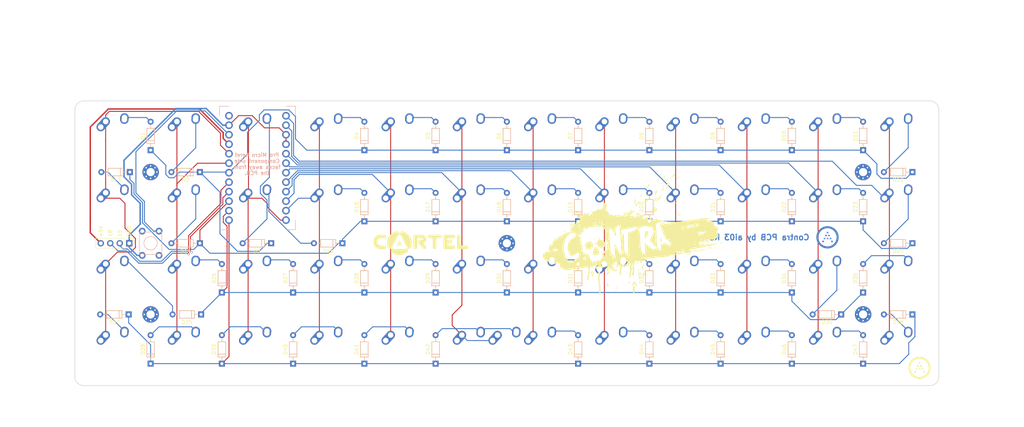
<source format=kicad_pcb>
(kicad_pcb (version 20221018) (generator pcbnew)
  (layers (0 "F.Cu" signal) (31 "B.Cu" signal) (34 "B.Paste" user) (35 "F.Paste" user) (36 "B.SilkS" user "B.Silkscreen") (37 "F.SilkS" user "F.Silkscreen") (38 "B.Mask" user) (39 "F.Mask" user) (44 "Edge.Cuts" user))
  (net 0 "")
  (net 1 "ROW0")
  (net 2 "Net-(D1-A)")
  (net 3 "Net-(D2-A)")
  (net 4 "Net-(D3-A)")
  (net 5 "Net-(D4-A)")
  (net 6 "Net-(D5-A)")
  (net 7 "Net-(D6-A)")
  (net 8 "Net-(D7-A)")
  (net 9 "Net-(D8-A)")
  (net 10 "Net-(D9-A)")
  (net 11 "Net-(D10-A)")
  (net 12 "Net-(D11-A)")
  (net 13 "Net-(D12-A)")
  (net 14 "ROW1")
  (net 15 "Net-(D13-A)")
  (net 16 "Net-(D14-A)")
  (net 17 "Net-(D15-A)")
  (net 18 "Net-(D16-A)")
  (net 19 "Net-(D17-A)")
  (net 20 "Net-(D18-A)")
  (net 21 "Net-(D19-A)")
  (net 22 "Net-(D20-A)")
  (net 23 "Net-(D21-A)")
  (net 24 "Net-(D22-A)")
  (net 25 "Net-(D23-A)")
  (net 26 "Net-(D24-A)")
  (net 27 "ROW2")
  (net 28 "Net-(D25-A)")
  (net 29 "Net-(D26-A)")
  (net 30 "Net-(D27-A)")
  (net 31 "Net-(D28-A)")
  (net 32 "Net-(D29-A)")
  (net 33 "Net-(D30-A)")
  (net 34 "Net-(D31-A)")
  (net 35 "Net-(D32-A)")
  (net 36 "Net-(D33-A)")
  (net 37 "Net-(D34-A)")
  (net 38 "Net-(D35-A)")
  (net 39 "Net-(D36-A)")
  (net 40 "ROW3")
  (net 41 "Net-(D37-A)")
  (net 42 "Net-(D38-A)")
  (net 43 "Net-(D39-A)")
  (net 44 "Net-(D40-A)")
  (net 45 "Net-(D41-A)")
  (net 46 "Net-(D42-Pad2)")
  (net 47 "Net-(D42-A)")
  (net 48 "Net-(D43-A)")
  (net 49 "Net-(D44-A)")
  (net 50 "Net-(D45-A)")
  (net 51 "Net-(D46-A)")
  (net 52 "Net-(D47-A)")
  (net 53 "COL0")
  (net 54 "COL1")
  (net 55 "COL2")
  (net 56 "COL3")
  (net 57 "COL4")
  (net 58 "COL5")
  (net 59 "COL6")
  (net 60 "COL7")
  (net 61 "COL8")
  (net 62 "COL9")
  (net 63 "COL10")
  (net 64 "COL11")
  (net 65 "Net-(D48-A)")
  (net 66 "Net-(U1-RST)")
  (net 67 "GND")
  (net 68 "+5V")
  (net 69 "PIN18")
  (net 70 "PIN15")
  (footprint "MX_Alps_Hybrid:MX-1U-NoLED" (layer "F.Cu") (at 38.1 38.1)
    (fp_text reference "MX1")
    (fp_text value "MX-1U")
  )
  (footprint "MX_Alps_Hybrid:MX-1U-NoLED" (layer "F.Cu") (at 57.15 38.1)
    (fp_text reference "MX2")
    (fp_text value "MX-1U")
  )
  (footprint "MX_Alps_Hybrid:MX-1U-NoLED" (layer "F.Cu") (at 76.2 38.1)
    (fp_text reference "MX3")
    (fp_text value "MX-1U")
  )
  (footprint "MX_Alps_Hybrid:MX-1U-NoLED" (layer "F.Cu") (at 95.25 38.1)
    (fp_text reference "MX4")
    (fp_text value "MX-1U")
  )
  (footprint "MX_Alps_Hybrid:MX-1U-NoLED" (layer "F.Cu") (at 114.3 38.1)
    (fp_text reference "MX5")
    (fp_text value "MX-1U")
  )
  (footprint "MX_Alps_Hybrid:MX-1U-NoLED" (layer "F.Cu") (at 133.35 38.1)
    (fp_text reference "MX6")
    (fp_text value "MX-1U")
  )
  (footprint "MX_Alps_Hybrid:MX-1U-NoLED" (layer "F.Cu") (at 152.4 38.1)
    (fp_text reference "MX7")
    (fp_text value "MX-1U")
  )
  (footprint "MX_Alps_Hybrid:MX-1U-NoLED" (layer "F.Cu") (at 171.45 38.1)
    (fp_text reference "MX8")
    (fp_text value "MX-1U")
  )
  (footprint "MX_Alps_Hybrid:MX-1U-NoLED" (layer "F.Cu") (at 190.5 38.1)
    (fp_text reference "MX9")
    (fp_text value "MX-1U")
  )
  (footprint "MX_Alps_Hybrid:MX-1U-NoLED" (layer "F.Cu") (at 209.55 38.1)
    (fp_text reference "MX10")
    (fp_text value "MX-1U")
  )
  (footprint "MX_Alps_Hybrid:MX-1U-NoLED" (layer "F.Cu") (at 228.6 38.1)
    (fp_text reference "MX11")
    (fp_text value "MX-1U")
  )
  (footprint "MX_Alps_Hybrid:MX-1U-NoLED" (layer "F.Cu") (at 247.65 38.1)
    (fp_text reference "MX12")
    (fp_text value "MX-1U")
  )
  (footprint "MX_Alps_Hybrid:MX-1U-NoLED" (layer "F.Cu") (at 38.1 57.15)
    (fp_text reference "MX13")
    (fp_text value "MX-1U")
  )
  (footprint "MX_Alps_Hybrid:MX-1U-NoLED" (layer "F.Cu") (at 57.15 57.15)
    (fp_text reference "MX14")
    (fp_text value "MX-1U")
  )
  (footprint "MX_Alps_Hybrid:MX-1U-NoLED" (layer "F.Cu") (at 76.2 57.15)
    (fp_text reference "MX15")
    (fp_text value "MX-1U")
  )
  (footprint "MX_Alps_Hybrid:MX-1U-NoLED" (layer "F.Cu") (at 95.25 57.15)
    (fp_text reference "MX16")
    (fp_text value "MX-1U")
  )
  (footprint "MX_Alps_Hybrid:MX-1U-NoLED" (layer "F.Cu") (at 114.3 57.15)
    (fp_text reference "MX17")
    (fp_text value "MX-1U")
  )
  (footprint "MX_Alps_Hybrid:MX-1U-NoLED" (layer "F.Cu") (at 133.35 57.15)
    (fp_text reference "MX18")
    (fp_text value "MX-1U")
  )
  (footprint "MX_Alps_Hybrid:MX-1U-NoLED" (layer "F.Cu") (at 152.4 57.15)
    (fp_text reference "MX19")
    (fp_text value "MX-1U")
  )
  (footprint "MX_Alps_Hybrid:MX-1U-NoLED" (layer "F.Cu") (at 171.45 57.15)
    (fp_text reference "MX20")
    (fp_text value "MX-1U")
  )
  (footprint "MX_Alps_Hybrid:MX-1U-NoLED" (layer "F.Cu") (at 190.5 57.15)
    (fp_text reference "MX21")
    (fp_text value "MX-1U")
  )
  (footprint "MX_Alps_Hybrid:MX-1U-NoLED" (layer "F.Cu") (at 209.55 57.15)
    (fp_text reference "MX22")
    (fp_text value "MX-1U")
  )
  (footprint "MX_Alps_Hybrid:MX-1U-NoLED" (layer "F.Cu") (at 228.6 57.15)
    (fp_text reference "MX23")
    (fp_text value "MX-1U")
  )
  (footprint "MX_Alps_Hybrid:MX-1U-NoLED" (layer "F.Cu") (at 247.65 57.15)
    (fp_text reference "MX24")
    (fp_text value "MX-1U")
  )
  (footprint "MX_Alps_Hybrid:MX-1U-NoLED" (layer "F.Cu") (at 38.1 76.2)
    (fp_text reference "MX25")
    (fp_text value "MX-1U")
  )
  (footprint "MX_Alps_Hybrid:MX-1U-NoLED" (layer "F.Cu") (at 57.15 76.2)
    (fp_text reference "MX26")
    (fp_text value "MX-1U")
  )
  (footprint "MX_Alps_Hybrid:MX-1U-NoLED" (layer "F.Cu") (at 76.2 76.2)
    (fp_text reference "MX27")
    (fp_text value "MX-1U")
  )
  (footprint "MX_Alps_Hybrid:MX-1U-NoLED" (layer "F.Cu") (at 95.25 76.2)
    (fp_text reference "MX28")
    (fp_text value "MX-1U")
  )
  (footprint "MX_Alps_Hybrid:MX-1U-NoLED" (layer "F.Cu") (at 114.3 76.2)
    (fp_text reference "MX29")
    (fp_text value "MX-1U")
  )
  (footprint "MX_Alps_Hybrid:MX-1U-NoLED" (layer "F.Cu") (at 133.35 76.2)
    (fp_text reference "MX30")
    (fp_text value "MX-1U")
  )
  (footprint "MX_Alps_Hybrid:MX-1U-NoLED" (layer "F.Cu") (at 152.4 76.2)
    (fp_text reference "MX31")
    (fp_text value "MX-1U")
  )
  (footprint "MX_Alps_Hybrid:MX-1U-NoLED" (layer "F.Cu") (at 171.45 76.2)
    (fp_text reference "MX32")
    (fp_text value "MX-1U")
  )
  (footprint "MX_Alps_Hybrid:MX-1U-NoLED" (layer "F.Cu") (at 190.5 76.2)
    (fp_text reference "MX33")
    (fp_text value "MX-1U")
  )
  (footprint "MX_Alps_Hybrid:MX-1U-NoLED" (layer "F.Cu") (at 209.55 76.2)
    (fp_text reference "MX34")
    (fp_text value "MX-1U")
  )
  (footprint "MX_Alps_Hybrid:MX-1U-NoLED" (layer "F.Cu") (at 228.6 76.2)
    (fp_text reference "MX35")
    (fp_text value "MX-1U")
  )
  (footprint "MX_Alps_Hybrid:MX-1U-NoLED" (layer "F.Cu") (at 247.65 76.2)
    (fp_text reference "MX36")
    (fp_text value "MX-1U")
  )
  (footprint "MX_Alps_Hybrid:MX-1U-NoLED" (layer "F.Cu") (at 38.1 95.25)
    (fp_text reference "MX37")
    (fp_text value "MX-1U")
  )
  (footprint "MX_Alps_Hybrid:MX-1U-NoLED" (layer "F.Cu") (at 57.15 95.25)
    (fp_text reference "MX38")
    (fp_text value "MX-1U")
  )
  (footprint "MX_Alps_Hybrid:MX-1U-NoLED" (layer "F.Cu") (at 76.2 95.25)
    (fp_text reference "MX39")
    (fp_text value "MX-1U")
  )
  (footprint "MX_Alps_Hybrid:MX-1U-NoLED" (layer "F.Cu") (at 95.25 95.25)
    (fp_text reference "MX40")
    (fp_text value "MX-1U")
  )
  (footprint "MX_Alps_Hybrid:MX-1U-NoLED" (layer "F.Cu") (at 114.3 95.25)
    (fp_text reference "MX41")
    (fp_text value "MX-1U")
  )
  (footprint "MX_Alps_Hybrid:MX-1U-NoLED" (layer "F.Cu") (at 133.35 95.25)
    (fp_text reference "MX42")
    (fp_text value "MX-1U")
  )
  (footprint "MX_Alps_Hybrid:MX-1U-NoLED" (layer "F.Cu") (at 152.4 95.25)
    (fp_text reference "MX43")
    (fp_text value "MX-1U")
  )
  (footprint "MX_Alps_Hybrid:MX-1U-NoLED" (layer "F.Cu") (at 171.45 95.25)
    (fp_text reference "MX44")
    (fp_text value "MX-1U")
  )
  (footprint "MX_Alps_Hybrid:MX-1U-NoLED" (layer "F.Cu") (at 190.5 95.25)
    (fp_text reference "MX45")
    (fp_text value "MX-1U")
  )
  (footprint "MX_Alps_Hybrid:MX-1U-NoLED" (layer "F.Cu") (at 209.55 95.25)
    (fp_text reference "MX46")
    (fp_text value "MX-1U")
  )
  (footprint "MX_Alps_Hybrid:MX-1U-NoLED" (layer "F.Cu") (at 228.6 95.25)
    (fp_text reference "MX47")
    (fp_text value "MX-1U")
  )
  (footprint "MX_Alps_Hybrid:MX-1U-NoLED" (layer "F.Cu") (at 247.65 95.25)
    (fp_text reference "MX48")
    (fp_text value "MX-1U")
  )
  (footprint "MX_Alps_Hybrid:MX-2U-ReversedStabilizers-NoLED" (layer "F.Cu") (at 142.875 95.25)
    (fp_text reference "MX49")
    (fp_text value "MX-2U")
  )
  (footprint "memelogo:cartel" (layer "F.Cu") (at 119.85625 66.675)
    (fp_text reference "G***" hide)
    (fp_text value "LOGO" hide)
  )
  (footprint "memelogo:contra" (layer "F.Cu") (at 178.435 64.135)
    (fp_text reference "G***" hide)
    (fp_text value "LOGO" hide)
  )
  (footprint "Mounting_Holes:MountingHole_2.2mm_M2_Pad_Via" (layer "F.Cu") (at 238.125 85.725)
    (fp_text reference "REF**")
    (fp_text value "MountingHole_2.2mm_M2_Pad_Via")
  )
  (footprint "Mounting_Holes:MountingHole_2.2mm_M2_Pad_Via" (layer "F.Cu") (at 238.125 47.625)
    (fp_text reference "REF**")
    (fp_text value "MountingHole_2.2mm_M2_Pad_Via")
  )
  (footprint "Mounting_Holes:MountingHole_2.2mm_M2_Pad_Via" (layer "F.Cu") (at 142.875 66.675)
    (fp_text reference "REF**")
    (fp_text value "MountingHole_2.2mm_M2_Pad_Via")
  )
  (footprint "Mounting_Holes:MountingHole_2.2mm_M2_Pad_Via" (layer "F.Cu") (at 47.625 47.625)
    (fp_text reference "REF**")
    (fp_text value "MountingHole_2.2mm_M2_Pad_Via")
  )
  (footprint "Mounting_Holes:MountingHole_2.2mm_M2_Pad_Via" (layer "F.Cu") (at 47.625 85.725)
    (fp_text reference "REF**")
    (fp_text value "MountingHole_2.2mm_M2_Pad_Via")
  )
  (footprint "locallib:D_DO-35_SOD27_P7.62mm_Horizontal-DoubleSided" (layer "F.Cu") (at 47.625 41.75125 90)
    (fp_text reference "D1")
    (fp_text value "1N4148")
  )
  (footprint "locallib:D_DO-35_SOD27_P7.62mm_Horizontal-DoubleSided" (layer "F.Cu") (at 60.80125 47.625 180)
    (fp_text reference "D2")
    (fp_text value "1N4148")
  )
  (footprint "locallib:D_DO-35_SOD27_P7.62mm_Horizontal-DoubleSided" (layer "F.Cu") (at 79.85125 66.675 180)
    (fp_text reference "D3")
    (fp_text value "1N4148")
  )
  (footprint "locallib:D_DO-35_SOD27_P7.62mm_Horizontal-DoubleSided" (layer "F.Cu") (at 104.775 41.75125 90)
    (fp_text reference "D4")
    (fp_text value "1N4148")
  )
  (footprint "locallib:D_DO-35_SOD27_P7.62mm_Horizontal-DoubleSided" (layer "F.Cu") (at 123.825 41.75125 90)
    (fp_text reference "D5")
    (fp_text value "1N4148")
  )
  (footprint "locallib:D_DO-35_SOD27_P7.62mm_Horizontal-DoubleSided" (layer "F.Cu") (at 142.875 41.75125 90)
    (fp_text reference "D6")
    (fp_text value "1N4148")
  )
  (footprint "locallib:D_DO-35_SOD27_P7.62mm_Horizontal-DoubleSided" (layer "F.Cu") (at 161.925 41.75125 90)
    (fp_text reference "D7")
    (fp_text value "1N4148")
  )
  (footprint "locallib:D_DO-35_SOD27_P7.62mm_Horizontal-DoubleSided" (layer "F.Cu") (at 180.975 41.75125 90)
    (fp_text reference "D8")
    (fp_text value "1N4148")
  )
  (footprint "locallib:D_DO-35_SOD27_P7.62mm_Horizontal-DoubleSided" (layer "F.Cu") (at 200.025 41.75125 90)
    (fp_text reference "D9")
    (fp_text value "1N4148")
  )
  (footprint "locallib:D_DO-35_SOD27_P7.62mm_Horizontal-DoubleSided" (layer "F.Cu") (at 219.075 41.75125 90)
    (fp_text reference "D10")
    (fp_text value "1N4148")
  )
  (footprint "locallib:D_DO-35_SOD27_P7.62mm_Horizontal-DoubleSided" (layer "F.Cu") (at 238.125 41.75125 90)
    (fp_text reference "D11")
    (fp_text value "1N4148")
  )
  (footprint "locallib:D_DO-35_SOD27_P7.62mm_Horizontal-DoubleSided" (layer "F.Cu") (at 251.30125 47.625 180)
    (fp_text reference "D12")
    (fp_text value "1N4148")
  )
  (footprint "locallib:D_DO-35_SOD27_P7.62mm_Horizontal-DoubleSided" (layer "F.Cu") (at 42.06875 47.625 180)
    (fp_text reference "D13")
    (fp_text value "1N4148")
  )
  (footprint "locallib:D_DO-35_SOD27_P7.62mm_Horizontal-DoubleSided" (layer "F.Cu") (at 60.80125 66.675 180)
    (fp_text reference "D14")
    (fp_text value "1N4148")
  )
  (footprint "locallib:D_DO-35_SOD27_P7.62mm_Horizontal-DoubleSided" (layer "F.Cu") (at 98.90125 66.675 180)
    (fp_text reference "D15")
    (fp_text value "1N4148")
  )
  (footprint "locallib:D_DO-35_SOD27_P7.62mm_Horizontal-DoubleSided" (layer "F.Cu") (at 104.775 60.80125 90)
    (fp_text reference "D16")
    (fp_text value "1N4148")
  )
  (footprint "locallib:D_DO-35_SOD27_P7.62mm_Horizontal-DoubleSided" (layer "F.Cu") (at 123.825 60.80125 90)
    (fp_text reference "D17")
    (fp_text value "1N4148")
  )
  (footprint "locallib:D_DO-35_SOD27_P7.62mm_Horizontal-DoubleSided" (layer "F.Cu") (at 142.875 60.80125 90)
    (fp_text reference "D18")
    (fp_text value "1N4148")
  )
  (footprint "locallib:D_DO-35_SOD27_P7.62mm_Horizontal-DoubleSided" (layer "F.Cu") (at 161.925 60.80125 90)
    (fp_text reference "D19")
    (fp_text value "1N4148")
  )
  (footprint "locallib:D_DO-35_SOD27_P7.62mm_Horizontal-DoubleSided" (layer "F.Cu") (at 180.975 60.80125 90)
    (fp_text reference "D20")
    (fp_text value "1N4148")
  )
  (footprint "locallib:D_DO-35_SOD27_P7.62mm_Horizontal-DoubleSided" (layer "F.Cu") (at 200.025 60.80125 90)
    (fp_text reference "D21")
    (fp_text value "1N4148")
  )
  (footprint "locallib:D_DO-35_SOD27_P7.62mm_Horizontal-DoubleSided" (layer "F.Cu") (at 219.075 60.80125 90)
    (fp_text reference "D22")
    (fp_text value "1N4148")
  )
  (footprint "locallib:D_DO-35_SOD27_P7.62mm_Horizontal-DoubleSided" (layer "F.Cu") (at 238.125 60.80125 90)
    (fp_text reference "D23")
    (fp_text value "1N4148")
  )
  (footprint "locallib:D_DO-35_SOD27_P7.62mm_Horizontal-DoubleSided" (layer "F.Cu") (at 251.30125 66.675 180)
    (fp_text reference "D24")
    (fp_text value "1N4148")
  )
  (footprint "locallib:D_DO-35_SOD27_P7.62mm_Horizontal-DoubleSided" (layer "F.Cu") (at 61.11875 85.725 180)
    (fp_text reference "D25")
    (fp_text value "1N4148")
  )
  (footprint "locallib:D_DO-35_SOD27_P7.62mm_Horizontal-DoubleSided" (layer "F.Cu") (at 66.675 79.85125 90)
    (fp_text reference "D26")
    (fp_text value "1N4148")
  )
  (footprint "locallib:D_DO-35_SOD27_P7.62mm_Horizontal-DoubleSided" (layer "F.Cu") (at 85.725 79.85125 90)
    (fp_text reference "D27")
    (fp_text value "1N4148")
  )
  (footprint "locallib:D_DO-35_SOD27_P7.62mm_Horizontal-DoubleSided" (layer "F.Cu") (at 104.775 79.85125 90)
    (fp_text reference "D28")
    (fp_text value "1N4148")
  )
  (footprint "locallib:D_DO-35_SOD27_P7.62mm_Horizontal-DoubleSided" (layer "F.Cu") (at 123.825 79.85125 90)
    (fp_text reference "D29")
    (fp_text value "1N4148")
  )
  (footprint "locallib:D_DO-35_SOD27_P7.62mm_Horizontal-DoubleSided" (layer "F.Cu") (at 142.875 79.85125 90)
    (fp_text reference "D30")
    (fp_text value "1N4148")
  )
  (footprint "locallib:D_DO-35_SOD27_P7.62mm_Horizontal-DoubleSided" (layer "F.Cu") (at 161.925 79.85125 90)
    (fp_text reference "D31")
    (fp_text value "1N4148")
  )
  (footprint "locallib:D_DO-35_SOD27_P7.62mm_Horizontal-DoubleSided" (layer "F.Cu") (at 180.975 79.85125 90)
    (fp_text reference "D32")
    (fp_text value "1N4148")
  )
  (footprint "locallib:D_DO-35_SOD27_P7.62mm_Horizontal-DoubleSided" (layer "F.Cu") (at 200.025 79.85125 90)
    (fp_text reference "D33")
    (fp_text value "1N4148")
  )
  (footprint "locallib:D_DO-35_SOD27_P7.62mm_Horizontal-DoubleSided" (layer "F.Cu") (at 219.075 79.85125 90)
    (fp_text reference "D34")
    (fp_text value "1N4148")
  )
  (footprint "locallib:D_DO-35_SOD27_P7.62mm_Horizontal-DoubleSided" (layer "F.Cu") (at 232.25125 85.725 180)
    (fp_text reference "D35")
    (fp_text value "1N4148")
  )
  (footprint "locallib:D_DO-35_SOD27_P7.62mm_Horizontal-DoubleSided" (layer "F.Cu") (at 238.125 79.85125 90)
    (fp_text reference "D36")
    (fp_text value "1N4148")
  )
  (footprint "locallib:D_DO-35_SOD27_P7.62mm_Horizontal-DoubleSided" (layer "F.Cu") (at 41.75125 85.725 180)
    (fp_text reference "D37")
    (fp_text value "1N4148")
  )
  (footprint "locallib:D_DO-35_SOD27_P7.62mm_Horizontal-DoubleSided" (layer "F.Cu") (at 47.625 98.90125 90)
    (fp_text reference "D38")
    (fp_text value "1N4148")
  )
  (footprint "locallib:D_DO-35_SOD27_P7.62mm_Horizontal-DoubleSided" (layer "F.Cu") (at 66.675 98.90125 90)
    (fp_text reference "D39")
    (fp_text value "1N4148")
  )
  (footprint "locallib:D_DO-35_SOD27_P7.62mm_Horizontal-DoubleSided" (layer "F.Cu") (at 85.725 98.90125 90)
    (fp_text reference "D40")
    (fp_text value "1N4148")
  )
  (footprint "locallib:D_DO-35_SOD27_P7.62mm_Horizontal-DoubleSided" (layer "F.Cu") (at 104.775 98.90125 90)
    (fp_text reference "D41")
    (fp_text value "1N4148")
  )
  (footprint "locallib:D_DO-35_SOD27_P7.62mm_Horizontal-DoubleSided" (layer "F.Cu") (at 123.825 98.90125 90)
    (fp_text reference "D42")
    (fp_text value "1N4148")
  )
  (footprint "locallib:D_DO-35_SOD27_P7.62mm_Horizontal-DoubleSided" (layer "F.Cu") (at 161.925 98.90125 90)
    (fp_text reference "D43")
    (fp_text value "1N4148")
  )
  (footprint "locallib:D_DO-35_SOD27_P7.62mm_Horizontal-DoubleSided" (layer "F.Cu") (at 180.975 98.90125 90)
    (fp_text reference "D44")
    (fp_text value "1N4148")
  )
  (footprint "locallib:D_DO-35_SOD27_P7.62mm_Horizontal-DoubleSided" (layer "F.Cu") (at 200.025 98.90125 90)
    (fp_text reference "D45")
    (fp_text value "1N4148")
  )
  (footprint "locallib:D_DO-35_SOD27_P7.62mm_Horizontal-DoubleSided" (layer "F.Cu") (at 219.075 98.90125 90)
    (fp_text reference "D46")
    (fp_text value "1N4148")
  )
  (footprint "locallib:D_DO-35_SOD27_P7.62mm_Horizontal-DoubleSided" (layer "F.Cu") (at 238.125 98.90125 90)
    (fp_text reference "D47")
    (fp_text value "1N4148")
  )
  (footprint "locallib:D_DO-35_SOD27_P7.62mm_Horizontal-DoubleSided" (layer "F.Cu") (at 251.30125 85.725 180)
    (fp_text reference "D48")
    (fp_text value "1N4148")
  )
  (footprint "Pin_Headers:Pin_Header_Straight_1x04_Pitch2.54mm" (layer "F.Cu") (at 41.91 66.675 -90)
    (fp_text reference "J1")
    (fp_text value "Conn_01x04")
  )
  (footprint "locallib:ai-ring-6mm" (layer "F.Cu") (at 253.20625 100.0125)
    (fp_text reference "G***" hide)
    (fp_text value "LOGO" hide)
  )
  (footprint "locallib:pro_micro" (layer "B.Cu") (at 76.2 45.24375 180)
    (fp_text reference "U1")
    (fp_text value "ProMicro")
  )
  (footprint "Molex-0548190589:PushButton_6x6mm_TH_Pretty" (layer "B.Cu") (at 47.625 66.675 90)
    (fp_text reference "SW1")
    (fp_text value "SW_PUSH")
  )
  (footprint "locallib:ai-ring-6mm-FancyAss" (layer "B.Cu") (at 228.6 65.0875 180)
    (fp_text reference "G***" hide)
    (fp_text value "LOGO" hide)
  )
  (footprint "locallib:ai-ring-6mm-FancyAss-Mask" (layer "B.Cu") (at 228.6 65.0875 180)
    (fp_text reference "G***" hide)
    (fp_text value "LOGO" hide)
  )
  (gr_arc (start 258.365625 102.39375) (mid 257.668173 104.077548) (end 255.984375 104.775) (stroke (width 0.15)) (layer "Edge.Cuts"))
  (gr_line (start 27.384375 102.39375) (end 27.384375 30.95625) (stroke (width 0.15)) (layer "Edge.Cuts"))
  (gr_line (start 255.984375 104.775) (end 29.765625 104.775) (stroke (width 0.15)) (layer "Edge.Cuts"))
  (gr_arc (start 255.984375 28.575) (mid 257.668173 29.272452) (end 258.365625 30.95625) (stroke (width 0.15)) (layer "Edge.Cuts"))
  (gr_arc (start 29.765625 104.775) (mid 28.081827 104.077548) (end 27.384375 102.39375) (stroke (width 0.15)) (layer "Edge.Cuts"))
  (gr_line (start 258.365625 30.95625) (end 258.365625 102.39375) (stroke (width 0.15)) (layer "Edge.Cuts"))
  (gr_arc (start 27.384375 30.95625) (mid 28.081827 29.272452) (end 29.765625 28.575) (stroke (width 0.15)) (layer "Edge.Cuts"))
  (gr_line (start 29.765625 28.575) (end 255.984375 28.575) (stroke (width 0.15)) (layer "Edge.Cuts"))
  (gr_text "Contra PCB by ai03 Revision 2.0" (at 204.7875 65.0875) (layer "B.Cu") (effects (font (size 1.5 1.5) (thickness 0.3)) (justify mirror)))
  (gr_text "Pro Micro here!\nComponent side\nfaces away from\nthe PCB." (at 76.073 45.466) (layer "B.SilkS") (effects (font (size 1 1) (thickness 0.2)) (justify mirror)))
  (gr_text "GND" (at 41.91 63.5 90) (layer "F.SilkS") (effects (font (size 1 1))))
  (gr_text "18\n" (at 36.83 64.008 90) (layer "F.SilkS") (effects (font (size 1 1))))
  (gr_text "15" (at 39.37 64.008 90) (layer "F.SilkS") (effects (font (size 1 1))))
  (gr_text "+5V" (at 34.29 63.5 90) (layer "F.SilkS") (effects (font (size 1 1))))
  (segment (start 123.825 41.75125) (end 124.875 41.75125) (width 0.25) (layer "B.Cu") (net 1))
  (segment (start 55.372 47.625) (end 53.848 49.149) (width 0.25) (layer "B.Cu") (net 1))
  (segment (start 53.848 49.149) (end 52.578 49.149) (width 0.25) (layer "B.Cu") (net 1))
  (segment (start 241.808 48.133) (end 241.808 45.43425) (width 0.25) (layer "B.Cu") (net 1))
  (segment (start 104.775 41.75125) (end 89.37625 41.75125) (width 0.25) (layer "B.Cu") (net 1))
  (segment (start 70.866 68.834) (end 66.167 64.135) (width 0.25) (layer "B.Cu") (net 1))
  (segment (start 76.708 33.782) (end 73.533 36.957) (width 0.25) (layer "B.Cu") (net 1))
  (segment (start 52.578 49.149) (end 51.689 48.26) (width 0.25) (layer "B.Cu") (net 1))
  (segment (start 79.85125 66.675) (end 78.80125 66.675) (width 0.25) (layer "B.Cu") (net 1))
  (segment (start 182.025 41.75125) (end 200.025 41.75125) (width 0.25) (layer "B.Cu") (net 1))
  (segment (start 162.975 41.75125) (end 180.975 41.75125) (width 0.25) (layer "B.Cu") (net 1))
  (segment (start 241.808 45.43425) (end 238.125 41.75125) (width 0.25) (layer "B.Cu") (net 1))
  (segment (start 220.125 41.75125) (end 238.125 41.75125) (width 0.25) (layer "B.Cu") (net 1))
  (segment (start 76.64225 68.834) (end 70.866 68.834) (width 0.25) (layer "B.Cu") (net 1))
  (segment (start 242.951 49.276) (end 241.808 48.133) (width 0.25) (layer "B.Cu") (net 1))
  (segment (start 143.925 41.75125) (end 161.925 41.75125) (width 0.25) (layer "B.Cu") (net 1))
  (segment (start 66.167 64.135) (end 66.167 52.99075) (width 0.25) (layer "B.Cu") (net 1))
  (segment (start 77.978 30.988) (end 76.708 32.258) (width 0.25) (layer "B.Cu") (net 1))
  (segment (start 51.689 45.81525) (end 47.625 41.75125) (width 0.25) (layer "B.Cu") (net 1))
  (segment (start 89.37625 41.75125) (end 86.36 38.735) (width 0.25) (layer "B.Cu") (net 1))
  (segment (start 86.36 38.735) (end 86.36 32.766) (width 0.25) (layer "B.Cu") (net 1))
  (segment (start 105.825 41.75125) (end 123.825 41.75125) (width 0.25) (layer "B.Cu") (net 1))
  (segment (start 180.975 41.75125) (end 182.025 41.75125) (width 0.25) (layer "B.Cu") (net 1))
  (segment (start 251.30125 47.625) (end 249.65025 49.276) (width 0.25) (layer "B.Cu") (net 1))
  (segment (start 219.075 41.75125) (end 220.125 41.75125) (width 0.25) (layer "B.Cu") (net 1))
  (segment (start 124.875 41.75125) (end 142.875 41.75125) (width 0.25) (layer "B.Cu") (net 1))
  (segment (start 249.65025 49.276) (end 242.951 49.276) (width 0.25) (layer "B.Cu") (net 1))
  (segment (start 104.775 41.75125) (end 105.825 41.75125) (width 0.25) (layer "B.Cu") (net 1))
  (segment (start 161.925 41.75125) (end 162.975 41.75125) (width 0.25) (layer "B.Cu") (net 1))
  (segment (start 78.80125 66.675) (end 76.64225 68.834) (width 0.25) (layer "B.Cu") (net 1))
  (segment (start 66.167 52.99075) (end 60.80125 47.625) (width 0.25) (layer "B.Cu") (net 1))
  (segment (start 200.025 41.75125) (end 201.075 41.75125) (width 0.25) (layer "B.Cu") (net 1))
  (segment (start 60.80125 47.625) (end 55.372 47.625) (width 0.25) (layer "B.Cu") (net 1))
  (segment (start 51.689 48.26) (end 51.689 45.81525) (width 0.25) (layer "B.Cu") (net 1))
  (segment (start 84.582 30.988) (end 77.978 30.988) (width 0.25) (layer "B.Cu") (net 1))
  (segment (start 73.533 42.83075) (end 68.58 47.78375) (width 0.25) (layer "B.Cu") (net 1))
  (segment (start 86.36 32.766) (end 84.582 30.988) (width 0.25) (layer "B.Cu") (net 1))
  (segment (start 68.42125 47.625) (end 68.58 47.78375) (width 0.25) (layer "B.Cu") (net 1))
  (segment (start 76.708 32.258) (end 76.708 33.782) (width 0.25) (layer "B.Cu") (net 1))
  (segment (start 201.075 41.75125) (end 219.075 41.75125) (width 0.25) (layer "B.Cu") (net 1))
  (segment (start 60.80125 47.625) (end 68.42125 47.625) (width 0.25) (layer "B.Cu") (net 1))
  (segment (start 142.875 41.75125) (end 143.925 41.75125) (width 0.25) (layer "B.Cu") (net 1))
  (segment (start 73.533 36.957) (end 73.533 42.83075) (width 0.25) (layer "B.Cu") (net 1))
  (segment (start 46.51375 33.02) (end 47.625 34.13125) (width 0.25) (layer "B.Cu") (net 2))
  (segment (start 40.64 33.02) (end 46.51375 33.02) (width 0.25) (layer "B.Cu") (net 2))
  (segment (start 59.69 41.11625) (end 53.18125 47.625) (width 0.25) (layer "B.Cu") (net 3))
  (segment (start 59.69 33.02) (end 59.69 41.11625) (width 0.25) (layer "B.Cu") (net 3))
  (segment (start 76.962 53.34) (end 76.962 51.435) (width 0.25) (layer "B.Cu") (net 4))
  (segment (start 79.375 35.24599) (end 79.375 34.275) (width 0.25) (layer "B.Cu") (net 4))
  (segment (start 79.375 34.275) (end 78.7 33.6) (width 0.25) (layer "B.Cu") (net 4))
  (segment (start 76.962 51.435) (end 79.375 49.022) (width 0.25) (layer "B.Cu") (net 4))
  (segment (start 79.375 49.022) (end 79.375 35.24599) (width 0.25) (layer "B.Cu") (net 4))
  (segment (start 78.74 55.118) (end 76.962 53.34) (width 0.25) (layer "B.Cu") (net 4))
  (segment (start 78.74 34.61099) (end 78.74 33.02) (width 0.25) (layer "B.Cu") (net 4))
  (segment (start 78.74 60.16625) (end 78.74 55.118) (width 0.25) (layer "B.Cu") (net 4))
  (segment (start 72.23125 66.675) (end 78.74 60.16625) (width 0.25) (layer "B.Cu") (net 4))
  (segment (start 97.79 33.02) (end 103.66375 33.02) (width 0.25) (layer "B.Cu") (net 5))
  (segment (start 103.66375 33.02) (end 104.775 34.13125) (width 0.25) (layer "B.Cu") (net 5))
  (segment (start 122.71375 33.02) (end 123.825 34.13125) (width 0.25) (layer "B.Cu") (net 6))
  (segment (start 116.84 33.02) (end 122.71375 33.02) (width 0.25) (layer "B.Cu") (net 6))
  (segment (start 135.89 33.02) (end 141.76375 33.02) (width 0.25) (layer "B.Cu") (net 7))
  (segment (start 141.76375 33.02) (end 142.875 34.13125) (width 0.25) (layer "B.Cu") (net 7))
  (segment (start 160.81375 33.02) (end 161.925 34.13125) (width 0.25) (layer "B.Cu") (net 8))
  (segment (start 154.94 33.02) (end 160.81375 33.02) (width 0.25) (layer "B.Cu") (net 8))
  (segment (start 173.99 33.02) (end 179.86375 33.02) (width 0.25) (layer "B.Cu") (net 9))
  (segment (start 179.86375 33.02) (end 180.975 34.13125) (width 0.25) (layer "B.Cu") (net 9))
  (segment (start 193.04 33.02) (end 198.91375 33.02) (width 0.25) (layer "B.Cu") (net 10))
  (segment (start 198.91375 33.02) (end 200.025 34.13125) (width 0.25) (layer "B.Cu") (net 10))
  (segment (start 212.09 33.02) (end 217.96375 33.02) (width 0.25) (layer "B.Cu") (net 11))
  (segment (start 217.96375 33.02) (end 219.075 34.13125) (width 0.25) (layer "B.Cu") (net 11))
  (segment (start 237.01375 33.02) (end 238.125 34.13125) (width 0.25) (layer "B.Cu") (net 12))
  (segment (start 231.14 33.02) (end 237.01375 33.02) (width 0.25) (layer "B.Cu") (net 12))
  (segment (start 250.19 33.02) (end 250.19 41.11625) (width 0.25) (layer "B.Cu") (net 13))
  (segment (start 250.19 41.11625) (end 243.68125 47.625) (width 0.25) (layer "B.Cu") (net 13))
  (segment (start 60.80125 63.1825) (end 60.80125 66.675) (width 0.25) (layer "F.Cu") (net 14))
  (segment (start 68.58 55.40375) (end 60.80125 63.1825) (width 0.25) (layer "F.Cu") (net 14))
  (segment (start 98.90125 66.675) (end 98.90125 65.625) (width 0.25) (layer "B.Cu") (net 14))
  (segment (start 200.025 60.80125) (end 219.075 60.80125) (width 0.25) (layer "B.Cu") (net 14))
  (segment (start 103.725 60.80125) (end 104.775 60.80125) (width 0.25) (layer "B.Cu") (net 14))
  (segment (start 243.078 68.072) (end 249.90425 68.072) (width 0.25) (layer "B.Cu") (net 14))
  (segment (start 59.15025 68.326) (end 60.80125 66.675) (width 0.25) (layer "B.Cu") (net 14))
  (segment (start 97.85125 66.675) (end 95.18425 69.342) (width 0.25) (layer "B.Cu") (net 14))
  (segment (start 98.90125 66.675) (end 97.85125 66.675) (width 0.25) (layer "B.Cu") (net 14))
  (segment (start 161.925 60.80125) (end 180.975 60.80125) (width 0.25) (layer "B.Cu") (net 14))
  (segment (start 63.46825 69.342) (end 60.80125 66.675) (width 0.25) (layer "B.Cu") (net 14))
  (segment (start 42.06875 49.56175) (end 43.18 50.673) (width 0.25) (layer "B.Cu") (net 14))
  (segment (start 124.875 60.80125) (end 142.875 60.80125) (width 0.25) (layer "B.Cu") (net 14))
  (segment (start 249.90425 68.072) (end 251.30125 66.675) (width 0.25) (layer "B.Cu") (net 14))
  (segment (start 45.466 61.214) (end 52.578 68.326) (width 0.25) (layer "B.Cu") (net 14))
  (segment (start 52.578 68.326) (end 59.15025 68.326) (width 0.25) (layer "B.Cu") (net 14))
  (segment (start 238.125 60.80125) (end 238.125 63.119) (width 0.25) (layer "B.Cu") (net 14))
  (segment (start 42.06875 47.625) (end 42.06875 49.56175) (width 0.25) (layer "B.Cu") (net 14))
  (segment (start 105.825 60.80125) (end 123.825 60.80125) (width 0.25) (layer "B.Cu") (net 14))
  (segment (start 182.025 60.80125) (end 200.025 60.80125) (width 0.25) (layer "B.Cu") (net 14))
  (segment (start 95.18425 69.342) (end 63.46825 69.342) (width 0.25) (layer "B.Cu") (net 14))
  (segment (start 238.125 63.119) (end 243.078 68.072) (width 0.25) (layer "B.Cu") (net 14))
  (segment (start 142.875 60.80125) (end 143.925 60.80125) (width 0.25) (layer "B.Cu") (net 14))
  (segment (start 43.18 53.467) (end 45.466 55.753) (width 0.25) (layer "B.Cu") (net 14))
  (segment (start 123.825 60.80125) (end 124.875 60.80125) (width 0.25) (layer "B.Cu") (net 14))
  (segment (start 219.075 60.80125) (end 238.125 60.80125) (width 0.25) (layer "B.Cu") (net 14))
  (segment (start 45.466 55.753) (end 45.466 61.214) (width 0.25) (layer "B.Cu") (net 14))
  (segment (start 43.18 50.673) (end 43.18 53.467) (width 0.25) (layer "B.Cu") (net 14))
  (segment (start 180.975 60.80125) (end 182.025 60.80125) (width 0.25) (layer "B.Cu") (net 14))
  (segment (start 104.775 60.80125) (end 105.825 60.80125) (width 0.25) (layer "B.Cu") (net 14))
  (segment (start 98.90125 65.625) (end 103.725 60.80125) (width 0.25) (layer "B.Cu") (net 14))
  (segment (start 143.925 60.80125) (end 161.925 60.80125) (width 0.25) (layer "B.Cu") (net 14))
  (segment (start 36.195 47.625) (end 40.64 52.07) (width 0.25) (layer "B.Cu") (net 15))
  (segment (start 34.44875 47.625) (end 36.195 47.625) (width 0.25) (layer "B.Cu") (net 15))
  (segment (start 59.69 52.07) (end 59.69 60.16625) (width 0.25) (layer "B.Cu") (net 16))
  (segment (start 59.69 60.16625) (end 53.18125 66.675) (width 0.25) (layer "B.Cu") (net 16))
  (segment (start 79.248 58.166) (end 79.248 52.578) (width 0.25) (layer "B.Cu") (net 17))
  (segment (start 87.757 66.675) (end 79.248 58.166) (width 0.25) (layer "B.Cu") (net 17))
  (segment (start 91.28125 66.675) (end 87.757 66.675) (width 0.25) (layer "B.Cu") (net 17))
  (segment (start 79.248 52.578) (end 78.74 52.07) (width 0.25) (layer "B.Cu") (net 17))
  (segment (start 97.79 52.07) (end 103.66375 52.07) (width 0.25) (layer "B.Cu") (net 18))
  (segment (start 103.66375 52.07) (end 104.775 53.18125) (width 0.25) (layer "B.Cu") (net 18))
  (segment (start 122.71375 52.07) (end 123.825 53.18125) (width 0.25) (layer "B.Cu") (net 19))
  (segment (start 116.8 52.65) (end 117.403 52.65) (width 0.25) (layer "B.Cu") (net 19))
  (segment (start 117.983 52.07) (end 122.71375 52.07) (width 0.25) (layer "B.Cu") (net 19))
  (segment (start 117.403 52.65) (end 117.983 52.07) (width 0.25) (layer "B.Cu") (net 19))
  (segment (start 135.89 52.07) (end 141.76375 52.07) (width 0.25) (layer "B.Cu") (net 20))
  (segment (start 141.76375 52.07) (end 142.875 53.18125) (width 0.25) (layer "B.Cu") (net 20))
  (segment (start 154.94 52.07) (end 160.81375 52.07) (width 0.25) (layer "B.Cu") (net 21))
  (segment (start 160.81375 52.07) (end 161.925 53.18125) (width 0.25) (layer "B.Cu") (net 21))
  (segment (start 173.99 52.07) (end 179.86375 52.07) (width 0.25) (layer "B.Cu") (net 22))
  (segment (start 179.86375 52.07) (end 180.975 53.18125) (width 0.25) (layer "B.Cu") (net 22))
  (segment (start 193.603 52.65) (end 194.183 52.07) (width 0.25) (layer "B.Cu") (net 23))
  (segment (start 198.91375 52.07) (end 200.025 53.18125) (width 0.25) (layer "B.Cu") (net 23))
  (segment (start 194.183 52.07) (end 198.91375 52.07) (width 0.25) (layer "B.Cu") (net 23))
  (segment (start 193 52.65) (end 193.603 52.65) (width 0.25) (layer "B.Cu") (net 23))
  (segment (start 217.96375 52.07) (end 219.075 53.18125) (width 0.25) (layer "B.Cu") (net 24))
  (segment (start 212.09 52.07) (end 217.96375 52.07) (width 0.25) (layer "B.Cu") (net 24))
  (segment (start 231.14 52.07) (end 237.01375 52.07) (width 0.25) (layer "B.Cu") (net 25))
  (segment (start 237.01375 52.07) (end 238.125 53.18125) (width 0.25) (layer "B.Cu") (net 25))
  (segment (start 250.19 52.07) (end 250.19 60.16625) (width 0.25) (layer "B.Cu") (net 26))
  (segment (start 250.19 60.16625) (end 243.68125 66.675) (width 0.25) (layer "B.Cu") (net 26))
  (segment (start 68.58 57.94375) (end 67.056 59.46775) (width 0.25) (layer "F.Cu") (net 27))
  (segment (start 67.056 59.46775) (end 67.056 61.087) (width 0.25) (layer "F.Cu") (net 27))
  (segment (start 68.072 78.45425) (end 66.675 79.85125) (width 0.25) (layer "F.Cu") (net 27))
  (segment (start 67.056 61.087) (end 68.072 62.103) (width 0.25) (layer "F.Cu") (net 27))
  (segment (start 68.072 62.103) (end 68.072 78.45425) (width 0.25) (layer "F.Cu") (net 27))
  (segment (start 238.125 79.85125) (end 232.25125 85.725) (width 0.25) (layer "B.Cu") (net 27))
  (segment (start 230.85425 87.122) (end 232.25125 85.725) (width 0.25) (layer "B.Cu") (net 27))
  (segment (start 85.725 79.85125) (end 86.775 79.85125) (width 0.25) (layer "B.Cu") (net 27))
  (segment (start 66.675 79.85125) (end 67.725 79.85125) (width 0.25) (layer "B.Cu") (net 27))
  (segment (start 200.025 79.85125) (end 201.075 79.85125) (width 0.25) (layer "B.Cu") (net 27))
  (segment (start 224.028 87.122) (end 230.85425 87.122) (width 0.25) (layer "B.Cu") (net 27))
  (segment (start 86.775 79.85125) (end 104.775 79.85125) (width 0.25) (layer "B.Cu") (net 27))
  (segment (start 219.075 79.85125) (end 219.075 82.169) (width 0.25) (layer "B.Cu") (net 27))
  (segment (start 201.075 79.85125) (end 219.075 79.85125) (width 0.25) (layer "B.Cu") (net 27))
  (segment (start 219.075 82.169) (end 224.028 87.122) (width 0.25) (layer "B.Cu") (net 27))
  (segment (start 105.825 79.85125) (end 123.825 79.85125) (width 0.25) (layer "B.Cu") (net 27))
  (segment (start 123.825 79.85125) (end 124.875 79.85125) (width 0.25) (layer "B.Cu") (net 27))
  (segment (start 180.975 79.85125) (end 182.025 79.85125) (width 0.25) (layer "B.Cu") (net 27))
  (segment (start 67.725 79.85125) (end 85.725 79.85125) (width 0.25) (layer "B.Cu") (net 27))
  (segment (start 142.875 79.85125) (end 161.925 79.85125) (width 0.25) (layer "B.Cu") (net 27))
  (segment (start 124.875 79.85125) (end 142.875 79.85125) (width 0.25) (layer "B.Cu") (net 27))
  (segment (start 61.11875 85.4075) (end 66.675 79.85125) (width 0.25) (layer "B.Cu") (net 27))
  (segment (start 104.775 79.85125) (end 105.825 79.85125) (width 0.25) (layer "B.Cu") (net 27))
  (segment (start 161.925 79.85125) (end 180.975 79.85125) (width 0.25) (layer "B.Cu") (net 27))
  (segment (start 61.11875 85.725) (end 61.11875 85.4075) (width 0.25) (layer "B.Cu") (net 27))
  (segment (start 182.025 79.85125) (end 200.025 79.85125) (width 0.25) (layer "B.Cu") (net 27))
  (segment (start 53.49875 83.47075) (end 53.49875 85.725) (width 0.25) (layer "B.Cu") (net 28))
  (segment (start 40.6 71.7) (end 41.728 71.7) (width 0.25) (layer "B.Cu") (net 28))
  (segment (start 41.728 71.7) (end 53.49875 83.47075) (width 0.25) (layer "B.Cu") (net 28))
  (segment (start 59.65 71.7) (end 60.38 71.7) (width 0.25) (layer "B.Cu") (net 29))
  (segment (start 60.96 71.12) (end 65.56375 71.12) (width 0.25) (layer "B.Cu") (net 29))
  (segment (start 65.56375 71.12) (end 66.675 72.23125) (width 0.25) (layer "B.Cu") (net 29))
  (segment (start 60.38 71.7) (end 60.96 71.12) (width 0.25) (layer "B.Cu") (net 29))
  (segment (start 78.74 71.12) (end 84.61375 71.12) (width 0.25) (layer "B.Cu") (net 30))
  (segment (start 84.61375 71.12) (end 85.725 72.23125) (width 0.25) (layer "B.Cu") (net 30))
  (segment (start 97.79 71.12) (end 103.66375 71.12) (width 0.25) (layer "B.Cu") (net 31))
  (segment (start 103.66375 71.12) (end 104.775 72.23125) (width 0.25) (layer "B.Cu") (net 31))
  (segment (start 122.71375 71.12) (end 123.825 72.23125) (width 0.25) (layer "B.Cu") (net 32))
  (segment (start 116.84 71.12) (end 122.71375 71.12) (width 0.25) (layer "B.Cu") (net 32))
  (segment (start 141.76375 71.12) (end 142.875 72.23125) (width 0.25) (layer "B.Cu") (net 33))
  (segment (start 135.89 71.12) (end 141.76375 71.12) (width 0.25) (layer "B.Cu") (net 33))
  (segment (start 154.9 71.7) (end 155.503 71.7) (width 0.25) (layer "B.Cu") (net 34))
  (segment (start 155.503 71.7) (end 156.083 71.12) (width 0.25) (layer "B.Cu") (net 34))
  (segment (start 160.81375 71.12) (end 161.925 72.23125) (width 0.25) (layer "B.Cu") (net 34))
  (segment (start 156.083 71.12) (end 160.81375 71.12) (width 0.25) (layer "B.Cu") (net 34))
  (segment (start 179.86375 71.12) (end 180.975 72.23125) (width 0.25) (layer "B.Cu") (net 35))
  (segment (start 173.99 71.12) (end 179.86375 71.12) (width 0.25) (layer "B.Cu") (net 35))
  (segment (start 198.91375 71.12) (end 200.025 72.23125) (width 0.25) (layer "B.Cu") (net 36))
  (segment (start 193.04 71.12) (end 198.91375 71.12) (width 0.25) (layer "B.Cu") (net 36))
  (segment (start 217.96375 71.12) (end 219.075 72.23125) (width 0.25) (layer "B.Cu") (net 37))
  (segment (start 212.09 71.12) (end 217.96375 71.12) (width 0.25) (layer "B.Cu") (net 37))
  (segment (start 231.1 71.7) (end 231.1 79.25625) (width 0.25) (layer "B.Cu") (net 38))
  (segment (start 231.1 79.25625) (end 224.63125 85.725) (width 0.25) (layer "B.Cu") (net 38))
  (segment (start 249.065001 69.995001) (end 240.361249 69.995001) (width 0.25) (layer "B.Cu") (net 39))
  (segment (start 240.361249 69.995001) (end 238.924999 71.431251) (width 0.25) (layer "B.Cu") (net 39))
  (segment (start 250.19 71.12) (end 249.065001 69.995001) (width 0.25) (layer "B.Cu") (net 39))
  (segment (start 238.924999 71.431251) (end 238.125 72.23125) (width 0.25) (layer "B.Cu") (net 39))
  (segment (start 68.58 96.99625) (end 66.675 98.90125) (width 0.25) (layer "F.Cu") (net 40))
  (segment (start 68.58 60.48375) (end 68.58 96.99625) (width 0.25) (layer "F.Cu") (net 40))
  (segment (start 161.925 98.90125) (end 162.975 98.90125) (width 0.25) (layer "B.Cu") (net 40))
  (segment (start 219.075 98.90125) (end 238.125 98.90125) (width 0.25) (layer "B.Cu") (net 40))
  (segment (start 47.625 98.90125) (end 48.675 98.90125) (width 0.25) (layer "B.Cu") (net 40))
  (segment (start 48.675 98.90125) (end 66.675 98.90125) (width 0.25) (layer "B.Cu") (net 40))
  (segment (start 85.725 98.90125) (end 104.775 98.90125) (width 0.25) (layer "B.Cu") (net 40))
  (segment (start 201.075 98.90125) (end 219.075 98.90125) (width 0.25) (layer "B.Cu") (net 40))
  (segment (start 123.825 98.90125) (end 124.875 98.90125) (width 0.25) (layer "B.Cu") (net 40))
  (segment (start 200.025 98.90125) (end 201.075 98.90125) (width 0.25) (layer "B.Cu") (net 40))
  (segment (start 47.625 93.853) (end 41.75125 87.97925) (width 0.25) (layer "B.Cu") (net 40))
  (segment (start 250.317 93.345) (end 251.968 91.694) (width 0.25) (layer "B.Cu") (net 40))
  (segment (start 104.775 98.90125) (end 105.825 98.90125) (width 0.25) (layer "B.Cu") (net 40))
  (segment (start 47.625 98.90125) (end 47.625 93.853) (width 0.25) (layer "B.Cu") (net 40))
  (segment (start 251.968 91.694) (end 251.968 86.39175) (width 0.25) (layer "B.Cu") (net 40))
  (segment (start 67.725 98.90125) (end 85.725 98.90125) (width 0.25) (layer "B.Cu") (net 40))
  (segment (start 247.80875 98.90125) (end 250.317 96.393) (width 0.25) (layer "B.Cu") (net 40))
  (segment (start 105.825 98.90125) (end 123.825 98.90125) (width 0.25) (layer "B.Cu") (net 40))
  (segment (start 238.125 98.90125) (end 247.80875 98.90125) (width 0.25) (layer "B.Cu") (net 40))
  (segment (start 182.025 98.90125) (end 200.025 98.90125) (width 0.25) (layer "B.Cu") (net 40))
  (segment (start 251.968 86.39175) (end 251.30125 85.725) (width 0.25) (layer "B.Cu") (net 40))
  (segment (start 250.317 96.393) (end 250.317 93.345) (width 0.25) (layer "B.Cu") (net 40))
  (segment (start 180.975 98.90125) (end 182.025 98.90125) (width 0.25) (layer "B.Cu") (net 40))
  (segment (start 124.875 98.90125) (end 161.925 98.90125) (width 0.25) (layer "B.Cu") (net 40))
  (segment (start 41.75125 87.97925) (end 41.75125 85.725) (width 0.25) (layer "B.Cu") (net 40))
  (segment (start 66.675 98.90125) (end 67.725 98.90125) (width 0.25) (layer "B.Cu") (net 40))
  (segment (start 162.975 98.90125) (end 180.975 98.90125) (width 0.25) (layer "B.Cu") (net 40))
  (segment (start 40.64 90.17) (end 36.195 85.725) (width 0.25) (layer "B.Cu") (net 41))
  (segment (start 36.195 85.725) (end 34.13125 85.725) (width 0.25) (layer "B.Cu") (net 41))
  (segment (start 59.69 90.17) (end 58.565001 89.045001) (width 0.25) (layer "B.Cu") (net 42))
  (segment (start 58.565001 89.045001) (end 49.861249 89.045001) (width 0.25) (layer "B.Cu") (net 42))
  (segment (start 49.861249 89.045001) (end 48.424999 90.481251) (width 0.25) (layer "B.Cu") (net 42))
  (segment (start 48.424999 90.481251) (end 47.625 91.28125) (width 0.25) (layer "B.Cu") (net 42))
  (segment (start 78.7 90.75) (end 76.977 89.027) (width 0.25) (layer "B.Cu") (net 43))
  (segment (start 76.977 89.027) (end 68.92925 89.027) (width 0.25) (layer "B.Cu") (net 43))
  (segment (start 67.474999 90.481251) (end 66.675 91.28125) (width 0.25) (layer "B.Cu") (net 43))
  (segment (start 68.92925 89.027) (end 67.474999 90.481251) (width 0.25) (layer "B.Cu") (net 43))
  (segment (start 87.961249 89.045001) (end 86.524999 90.481251) (width 0.25) (layer "B.Cu") (net 44))
  (segment (start 97.79 90.17) (end 96.665001 89.045001) (width 0.25) (layer "B.Cu") (net 44))
  (segment (start 96.665001 89.045001) (end 87.961249 89.045001) (width 0.25) (layer "B.Cu") (net 44))
  (segment (start 86.524999 90.481251) (end 85.725 91.28125) (width 0.25) (layer "B.Cu") (net 44))
  (segment (start 115.715001 89.045001) (end 107.011249 89.045001) (width 0.25) (layer "B.Cu") (net 45))
  (segment (start 116.84 90.17) (end 115.715001 89.045001) (width 0.25) (layer "B.Cu") (net 45))
  (segment (start 105.574999 90.481251) (end 104.775 91.28125) (width 0.25) (layer "B.Cu") (net 45))
  (segment (start 107.011249 89.045001) (end 105.574999 90.481251) (width 0.25) (layer "B.Cu") (net 45))
  (segment (start 145.375 90.75) (end 144.979 90.75) (width 0.25) (layer "B.Cu") (net 46))
  (segment (start 143.764 89.535) (end 137.065 89.535) (width 0.25) (layer "B.Cu") (net 46))
  (segment (start 133.66401 89.535) (end 125.57125 89.535) (width 0.25) (layer "B.Cu") (net 46))
  (segment (start 134.635 89.535) (end 135.85 90.75) (width 0.25) (layer "B.Cu") (net 46))
  (segment (start 137.065 89.535) (end 135.85 90.75) (width 0.25) (layer "B.Cu") (net 46))
  (segment (start 125.57125 89.535) (end 123.825 91.28125) (width 0.25) (layer "B.Cu") (net 46))
  (segment (start 144.979 90.75) (end 143.764 89.535) (width 0.25) (layer "B.Cu") (net 46))
  (segment (start 133.66401 89.535) (end 134.635 89.535) (width 0.25) (layer "B.Cu") (net 46))
  (segment (start 154.94 90.17) (end 160.81375 90.17) (width 0.25) (layer "B.Cu") (net 48))
  (segment (start 160.81375 90.17) (end 161.925 91.28125) (width 0.25) (layer "B.Cu") (net 48))
  (segment (start 173.99 90.17) (end 179.86375 90.17) (width 0.25) (layer "B.Cu") (net 49))
  (segment (start 179.86375 90.17) (end 180.975 91.28125) (width 0.25) (layer "B.Cu") (net 49))
  (segment (start 194.183 90.17) (end 198.91375 90.17) (width 0.25) (layer "B.Cu") (net 50))
  (segment (start 193.603 90.75) (end 194.183 90.17) (width 0.25) (layer "B.Cu") (net 50))
  (segment (start 193 90.75) (end 193.603 90.75) (width 0.25) (layer "B.Cu") (net 50))
  (segment (start 198.91375 90.17) (end 200.025 91.28125) (width 0.25) (layer "B.Cu") (net 50))
  (segment (start 217.96375 90.17) (end 219.075 91.28125) (width 0.25) (layer "B.Cu") (net 51))
  (segment (start 212.09 90.17) (end 217.96375 90.17) (width 0.25) (layer "B.Cu") (net 51))
  (segment (start 237.01375 90.17) (end 238.125 91.28125) (width 0.25) (layer "B.Cu") (net 52))
  (segment (start 231.14 90.17) (end 237.01375 90.17) (width 0.25) (layer "B.Cu") (net 52))
  (segment (start 66.29259 37.211) (end 64.827991 35.746401) (width 0.25) (layer "F.Cu") (net 53))
  (segment (start 35.6 72.2) (end 35.6 91.25) (width 0.25) (layer "F.Cu") (net 53))
  (segment (start 60.452 31.369) (end 36.576 31.369) (width 0.25) (layer "F.Cu") (net 53))
  (segment (start 64.82799 35.74499) (end 60.452 31.369) (width 0.25) (layer "F.Cu") (net 53))
  (segment (start 43.561 67.818) (end 43.561 65.405) (width 0.25) (layer "F.Cu") (net 53))
  (segment (start 42.3545 69.0245) (end 43.561 67.818) (width 0.25) (layer "F.Cu") (net 53))
  (segment (start 40.767 56.007) (end 40.767 62.611) (width 0.25) (layer "F.Cu") (net 53))
  (segment (start 35.6 39.031974) (end 35.6 53.15) (width 0.25) (layer "F.Cu") (net 53))
  (segment (start 34.29 54.61) (end 39.37 54.61) (width 0.25) (layer "F.Cu") (net 53))
  (segment (start 36.576 31.369) (end 35.6 32.345) (width 0.25) (layer "F.Cu") (net 53))
  (segment (start 66.29259 40.41634) (end 66.29259 37.211) (width 0.25) (layer "F.Cu") (net 53))
  (segment (start 35.6 34.1) (end 35.6 39.031974) (width 0.25) (layer "F.Cu") (net 53))
  (segment (start 38.7755 69.0245) (end 42.3545 69.0245) (width 0.25) (layer "F.Cu") (net 53))
  (segment (start 35.6 32.345) (end 35.6 34.1) (width 0.25) (layer "F.Cu") (net 53))
  (segment (start 68.58 42.70375) (end 66.29259 40.41634) (width 0.25) (layer "F.Cu") (net 53))
  (segment (start 39.37 54.61) (end 40.767 56.007) (width 0.25) (layer "F.Cu") (net 53))
  (segment (start 35.6 72.2) (end 38.7755 69.0245) (width 0.25) (layer "F.Cu") (net 53))
  (segment (start 43.561 65.405) (end 40.767 62.611) (width 0.25) (layer "F.Cu") (net 53))
  (segment (start 64.827991 35.746401) (end 64.82799 35.74499) (width 0.25) (layer "F.Cu") (net 53))
  (segment (start 54.65 47.821252) (end 54.65 51.181) (width 0.25) (layer "F.Cu") (net 54))
  (segment (start 54.65 72.2) (end 54.65 73.79099) (width 0.25) (layer "F.Cu") (net 54))
  (segment (start 68.58 45.24375) (end 60.16625 45.24375) (width 0.25) (layer "F.Cu") (net 54))
  (segment (start 54.65 73.79099) (end 54.65 91.25) (width 0.25) (layer "F.Cu") (net 54))
  (segment (start 60.16625 45.24375) (end 54.65 50.76) (width 0.25) (layer "F.Cu") (net 54))
  (segment (start 54.65 34.1) (end 54.65 47.821252) (width 0.25) (layer "F.Cu") (net 54))
  (segment (start 54.65 53.15) (end 54.65 72.2) (width 0.25) (layer "F.Cu") (net 54))
  (segment (start 54.65 51.181) (end 54.65 53.15) (width 0.25) (layer "F.Cu") (net 54))
  (segment (start 54.65 50.76) (end 54.65 51.181) (width 0.25) (layer "F.Cu") (net 54))
  (segment (start 78.867 56.134) (end 78.867 57.023) (width 0.25) (layer "F.Cu") (net 55))
  (segment (start 73.7 72.2) (end 73.7 91.25) (width 0.25) (layer "F.Cu") (net 55))
  (segment (start 73.787 53.063) (end 73.7 53.15) (width 0.25) (layer "F.Cu") (net 55))
  (segment (start 73.787 35.687) (end 72.517 35.687) (width 0.25) (layer "F.Cu") (net 55))
  (segment (start 73.787 51.054) (end 73.787 53.063) (width 0.25) (layer "F.Cu") (net 55))
  (segment (start 82.32775 60.48375) (end 78.867 57.023) (width 0.25) (layer "F.Cu") (net 55))
  (segment (start 72.39 54.61) (end 77.343 54.61) (width 0.25) (layer "F.Cu") (net 55))
  (segment (start 77.343 54.61) (end 78.867 56.134) (width 0.25) (layer "F.Cu") (net 55))
  (segment (start 83.82 60.48375) (end 82.32775 60.48375) (width 0.25) (layer "F.Cu") (net 55))
  (segment (start 73.787 51.054) (end 73.787 35.687) (width 0.25) (layer "F.Cu") (net 55))
  (segment (start 73.7 53.15) (end 73.7 72.2) (width 0.25) (layer "F.Cu") (net 55))
  (segment (start 72.517 35.687) (end 72.39 35.56) (width 0.25) (layer "F.Cu") (net 55))
  (segment (start 92.75 53.15) (end 92.75 35.854) (width 0.25) (layer "F.Cu") (net 56))
  (segment (start 92.75 72.35) (end 91.44 73.66) (width 0.25) (layer "F.Cu") (net 56))
  (segment (start 92.75 35.854) (end 92.456 35.56) (width 0.25) (layer "F.Cu") (net 56))
  (segment (start 92.75 53.15) (end 92.75 72.35) (width 0.25) (layer "F.Cu") (net 56))
  (segment (start 92.456 35.56) (end 91.44 35.56) (width 0.25) (layer "F.Cu") (net 56))
  (segment (start 92.75 73.954) (end 92.456 73.66) (width 0.25) (layer "F.Cu") (net 56))
  (segment (start 92.456 73.66) (end 91.44 73.66) (width 0.25) (layer "F.Cu") (net 56))
  (segment (start 92.75 91.25) (end 92.75 73.954) (width 0.25) (layer "F.Cu") (net 56))
  (segment (start 87.15375 54.61) (end 91.44 54.61) (width 0.25) (layer "B.Cu") (net 56))
  (segment (start 83.82 57.94375) (end 87.15375 54.61) (width 0.25) (layer "B.Cu") (net 56))
  (segment (start 111.8 53.15) (end 111.8 34.1) (width 0.25) (layer "F.Cu") (net 57))
  (segment (start 111.8 72.35) (end 110.49 73.66) (width 0.25) (layer "F.Cu") (net 57))
  (segment (start 111.8 53.15) (end 111.8 72.35) (width 0.25) (layer "F.Cu") (net 57))
  (segment (start 111.506 73.66) (end 110.49 73.66) (width 0.25) (layer "F.Cu") (net 57))
  (segment (start 111.8 73.954) (end 111.506 73.66) (width 0.25) (layer "F.Cu") (net 57))
  (segment (start 111.8 91.25) (end 111.8 73.954) (width 0.25) (layer "F.Cu") (net 57))
  (segment (start 83.82 55.40375) (end 85.979 53.24475) (width 0.25) (layer "B.Cu") (net 57))
  (segment (start 85.979 49.657) (end 87.376 48.26) (width 0.25) (layer "B.Cu") (net 57))
  (segment (start 87.376 48.26) (end 106.91 48.26) (width 0.25) (layer "B.Cu") (net 57))
  (segment (start 85.979 53.24475) (end 85.979 49.657) (width 0.25) (layer "B.Cu") (net 57))
  (segment (start 106.91 48.26) (end 111.8 53.15) (width 0.25) (layer "B.Cu") (net 57))
  (segment (start 128.27 88.67) (end 128.27 85.852) (width 0.25) (layer "F.Cu") (net 58))
  (segment (start 130.85 91.25) (end 128.27 88.67) (width 0.25) (layer "F.Cu") (net 58))
  (segment (start 130.85 83.272) (end 130.85 82.931) (width 0.25) (layer "F.Cu") (net 58))
  (segment (start 130.85 34.1) (end 130.85 53.15) (width 0.25) (layer "F.Cu") (net 58))
  (segment (start 130.85 82.931) (end 130.85 72.2) (width 0.25) (layer "F.Cu") (net 58))
  (segment (start 128.27 85.852) (end 130.85 83.272) (width 0.25) (layer "F.Cu") (net 58))
  (segment (start 130.85 53.15) (end 130.85 72.2) (width 0.25) (layer "F.Cu") (net 58))
  (segment (start 85.471 49.403) (end 87.122 47.752) (width 0.25) (layer "B.Cu") (net 58))
  (segment (start 85.471 51.21275) (end 85.471 49.403) (width 0.25) (layer "B.Cu") (net 58))
  (segment (start 132.31 92.71) (end 130.85 91.25) (width 0.25) (layer "B.Cu") (net 58))
  (segment (start 139.065 92.71) (end 132.31 92.71) (width 0.25) (layer "B.Cu") (net 58))
  (segment (start 87.122 47.752) (end 125.452 47.752) (width 0.25) (layer "B.Cu") (net 58))
  (segment (start 83.82 52.86375) (end 85.471 51.21275) (width 0.25) (layer "B.Cu") (net 58))
  (segment (start 125.452 47.752) (end 130.85 53.15) (width 0.25) (layer "B.Cu") (net 58))
  (segment (start 149.9 34.1) (end 149.9 53.15) (width 0.25) (layer "F.Cu") (net 59))
  (segment (start 149.9 89.65901) (end 149.9 72.2) (width 0.25) (layer "F.Cu") (net 59))
  (segment (start 149.9 72.2) (end 149.9 53.15) (width 0.25) (layer "F.Cu") (net 59))
  (segment (start 149.9 91.25) (end 149.9 89.65901) (width 0.25) (layer "F.Cu") (net 59))
  (segment (start 83.82 50.32375) (end 86.89975 47.244) (width 0.25) (layer "B.Cu") (net 59))
  (segment (start 149.328 52.578) (end 149.9 53.15) (width 0.25) (layer "B.Cu") (net 59))
  (segment (start 143.994 47.244) (end 149.328 52.578) (width 0.25) (layer "B.Cu") (net 59))
  (segment (start 86.89975 47.244) (end 143.994 47.244) (width 0.25) (layer "B.Cu") (net 59))
  (segment (start 168.95 37.168026) (end 168.95 34.1) (width 0.25) (layer "F.Cu") (net 60))
  (segment (start 168.95 91.25) (end 168.95 89.65901) (width 0.25) (layer "F.Cu") (net 60))
  (segment (start 168.95 72.2) (end 168.95 70.60901) (width 0.25) (layer "F.Cu") (net 60))
  (segment (start 168.95 53.15) (end 168.95 37.168026) (width 0.25) (layer "F.Cu") (net 60))
  (segment (start 168.95 70.60901) (end 168.95 53.15) (width 0.25) (layer "F.Cu") (net 60))
  (segment (start 168.95 89.65901) (end 168.95 72.2) (width 0.25) (layer "F.Cu") (net 60))
  (segment (start 84.86775 46.736) (end 162.536 46.736) (width 0.25) (layer "B.Cu") (net 60))
  (segment (start 162.536 46.736) (end 168.95 53.15) (width 0.25) (layer "B.Cu") (net 60))
  (segment (start 83.82 47.78375) (end 84.86775 46.736) (width 0.25) (layer "B.Cu") (net 60))
  (segment (start 188 53.15) (end 188 72.2) (width 0.25) (layer "F.Cu") (net 61))
  (segment (start 188 72.2) (end 188 91.25) (width 0.25) (layer "F.Cu") (net 61))
  (segment (start 188 34.1) (end 188 53.15) (width 0.25) (layer "F.Cu") (net 61))
  (segment (start 83.82 45.24375) (end 83.85175 45.24375) (width 0.25) (layer "B.Cu") (net 61))
  (segment (start 84.836 46.228) (end 181.078 46.228) (width 0.25) (layer "B.Cu") (net 61))
  (segment (start 83.85175 45.24375) (end 84.836 46.228) (width 0.25) (layer "B.Cu") (net 61))
  (segment (start 181.078 46.228) (end 188 53.15) (width 0.25) (layer "B.Cu") (net 61))
  (segment (start 207.05 70.60901) (end 207.05 53.15) (width 0.25) (layer "F.Cu") (net 62))
  (segment (start 207.05 72.2) (end 207.05 70.60901) (width 0.25) (layer "F.Cu") (net 62))
  (segment (start 207.05 53.15) (end 207.05 34.1) (width 0.25) (layer "F.Cu") (net 62))
  (segment (start 207.05 91.25) (end 207.05 72.2) (width 0.25) (layer "F.Cu") (net 62))
  (segment (start 199.62 45.72) (end 207.05 53.15) (width 0.25) (layer "B.Cu") (net 62))
  (segment (start 86.83625 45.72) (end 199.62 45.72) (width 0.25) (layer "B.Cu") (net 62))
  (segment (start 83.82 42.70375) (end 86.83625 45.72) (width 0.25) (layer "B.Cu") (net 62))
  (segment (start 226.1 34.1) (end 226.1 53.15) (width 0.25) (layer "F.Cu") (net 63))
  (segment (start 226.1 72.2) (end 226.1 91.4) (width 0.25) (layer "F.Cu") (net 63))
  (segment (start 226.1 54.74099) (end 226.1 72.2) (width 0.25) (layer "F.Cu") (net 63))
  (segment (start 226.1 91.4) (end 224.79 92.71) (width 0.25) (layer "F.Cu") (net 63))
  (segment (start 226.1 53.15) (end 226.1 54.74099) (width 0.25) (layer "F.Cu") (net 63))
  (segment (start 85.344 43.434) (end 85.979 44.069) (width 0.25) (layer "B.Cu") (net 63))
  (segment (start 85.979 44.069) (end 87.122 45.212) (width 0.25) (layer "B.Cu") (net 63))
  (segment (start 83.82 35.08375) (end 85.344 36.60775) (width 0.25) (layer "B.Cu") (net 63))
  (segment (start 85.344 36.60775) (end 85.344 43.434) (width 0.25) (layer "B.Cu") (net 63))
  (segment (start 218.162 45.212) (end 226.1 53.15) (width 0.25) (layer "B.Cu") (net 63))
  (segment (start 87.122 45.212) (end 218.162 45.212) (width 0.25) (layer "B.Cu") (net 63))
  (segment (start 245.15 72.2) (end 245.15 73.79099) (width 0.25) (layer "F.Cu") (net 64))
  (segment (start 245.15 73.79099) (end 245.15 91.25) (width 0.25) (layer "F.Cu") (net 64))
  (segment (start 245.15 35.69099) (end 245.15 53.15) (width 0.25) (layer "F.Cu") (net 64))
  (segment (start 245.15 53.15) (end 245.15 72.2) (width 0.25) (layer "F.Cu") (net 64))
  (segment (start 245.15 34.1) (end 245.15 35.69099) (width 0.25) (layer "F.Cu") (net 64))
  (segment (start 236.347 51.181) (end 229.87 44.704) (width 0.25) (layer "B.Cu") (net 64))
  (segment (start 87.376 44.704) (end 229.87 44.704) (width 0.25) (layer "B.Cu") (net 64))
  (segment (start 85.852 34.57575) (end 85.852 43.18) (width 0.25) (layer "B.Cu") (net 64))
  (segment (start 240.411 51.181) (end 236.347 51.181) (width 0.25) (layer "B.Cu") (net 64))
  (segment (start 243.84 54.61) (end 240.411 51.181) (width 0.25) (layer "B.Cu") (net 64))
  (segment (start 83.82 32.54375) (end 85.852 34.57575) (width 0.25) (layer "B.Cu") (net 64))
  (segment (start 85.852 43.18) (end 87.376 44.704) (width 0.25) (layer "B.Cu") (net 64))
  (segment (start 245.745 85.725) (end 243.68125 85.725) (width 0.25) (layer "B.Cu") (net 65))
  (segment (start 250.19 90.17) (end 245.745 85.725) (width 0.25) (layer "B.Cu") (net 65))
  (segment (start 62.19825 31.242) (end 54.61 31.242) (width 0.25) (layer "B.Cu") (net 66))
  (segment (start 43.688 42.164) (end 43.688 53.213) (width 0.25) (layer "B.Cu") (net 66))
  (segment (start 54.61 31.242) (end 43.688 42.164) (width 0.25) (layer "B.Cu") (net 66))
  (segment (start 68.58 37.62375) (end 62.19825 31.242) (width 0.25) (layer "B.Cu") (net 66))
  (segment (start 48.439 63.425) (end 49.875 63.425) (width 0.25) (layer "B.Cu") (net 66))
  (segment (start 43.688 53.213) (end 45.974 55.499) (width 0.25) (layer "B.Cu") (net 66))
  (segment (start 45.974 60.96) (end 48.439 63.425) (width 0.25) (layer "B.Cu") (net 66))
  (segment (start 45.974 55.499) (end 45.974 60.96) (width 0.25) (layer "B.Cu") (net 66))
  (segment (start 83.82 37.62375) (end 83.82 40.16375) (width 0.25) (layer "F.Cu") (net 67))
  (segment (start 78.072099 35.781099) (end 74.803 32.512) (width 0.25) (layer "F.Cu") (net 67))
  (segment (start 81.977349 35.781099) (end 78.072099 35.781099) (width 0.25) (layer "F.Cu") (net 67))
  (segment (start 71.15175 32.512) (end 68.58 35.08375) (width 0.25) (layer "F.Cu") (net 67))
  (segment (start 83.82 37.62375) (end 81.977349 35.781099) (width 0.25) (layer "F.Cu") (net 67))
  (segment (start 74.803 32.512) (end 71.15175 32.512) (width 0.25) (layer "F.Cu") (net 67))
  (segment (start 44.831 61.595) (end 44.831 56.007) (width 0.381) (layer "B.Cu") (net 67))
  (segment (start 62.484 30.607) (end 66.96075 35.08375) (width 0.381) (layer "B.Cu") (net 67))
  (segment (start 42.545 53.721) (end 42.545 50.927) (width 0.381) (layer "B.Cu") (net 67))
  (segment (start 40.513 44.45) (end 54.356 30.607) (width 0.381) (layer "B.Cu") (net 67))
  (segment (start 41.91 66.675) (end 41.91 64.516) (width 0.381) (layer "B.Cu") (net 67))
  (segment (start 41.91 67.818) (end 44.017 69.925) (width 0.381) (layer "B.Cu") (net 67))
  (segment (start 66.96075 35.08375) (end 68.58 35.08375) (width 0.381) (layer "B.Cu") (net 67))
  (segment (start 44.831 56.007) (end 42.545 53.721) (width 0.381) (layer "B.Cu") (net 67))
  (segment (start 41.91 64.516) (end 44.831 61.595) (width 0.381) (layer "B.Cu") (net 67))
  (segment (start 44.017 69.925) (end 45.375 69.925) (width 0.381) (layer "B.Cu") (net 67))
  (segment (start 41.91 66.675) (end 41.91 67.818) (width 0.381) (layer "B.Cu") (net 67))
  (segment (start 54.356 30.607) (end 62.484 30.607) (width 0.381) (layer "B.Cu") (net 67))
  (segment (start 40.513 48.895) (end 40.513 44.45) (width 0.381) (layer "B.Cu") (net 67))
  (segment (start 42.545 50.927) (end 40.513 48.895) (width 0.381) (layer "B.Cu") (net 67))
  (segment (start 31.496 60.325) (end 31.496 63.881) (width 0.381) (layer "F.Cu") (net 68))
  (segment (start 31.496 35.56) (end 31.496 60.325) (width 0.381) (layer "F.Cu") (net 68))
  (segment (start 68.58 40.16375) (end 67.02425 38.608) (width 0.381) (layer "F.Cu") (net 68))
  (segment (start 60.706 30.734) (end 36.322 30.734) (width 0.381) (layer "F.Cu") (net 68))
  (segment (start 67.02425 38.608) (end 67.02425 37.05225) (width 0.381) (layer "F.Cu") (net 68))
  (segment (start 36.322 30.734) (end 31.496 35.56) (width 0.381) (layer "F.Cu") (net 68))
  (segment (start 31.496 63.881) (end 34.29 66.675) (width 0.381) (layer "F.Cu") (net 68))
  (segment (start 67.02425 37.05225) (end 60.706 30.734) (width 0.381) (layer "F.Cu") (net 68))
  (segment (start 66.421 56.007) (end 57.785 64.643) (width 0.25) (layer "F.Cu") (net 69))
  (segment (start 68.58 50.32375) (end 66.421 52.48275) (width 0.25) (layer "F.Cu") (net 69))
  (segment (start 66.421 52.48275) (end 66.421 56.007) (width 0.25) (layer "F.Cu") (net 69))
  (segment (start 57.785 68.199) (end 57.785 69.596) (width 0.25) (layer "F.Cu") (net 69))
  (segment (start 57.785 64.643) (end 57.785 68.199) (width 0.25) (layer "F.Cu") (net 69))
  (via (at 57.785 69.596) (size 0.6) (drill 0.4) (layers "F.Cu" "B.Cu") (net 69))
  (segment (start 38.862 68.707) (end 36.83 66.675) (width 0.25) (layer "B.Cu") (net 69))
  (segment (start 50.8 72.009) (end 44.45 72.009) (width 0.25) (layer "B.Cu") (net 69))
  (segment (start 57.531 69.342) (end 53.467 69.342) (width 0.25) (layer "B.Cu") (net 69))
  (segment (start 41.148 68.707) (end 38.862 68.707) (width 0.25) (layer "B.Cu") (net 69))
  (segment (start 57.785 69.596) (end 57.531 69.342) (width 0.25) (layer "B.Cu") (net 69))
  (segment (start 44.45 72.009) (end 41.148 68.707) (width 0.25) (layer "B.Cu") (net 69))
  (segment (start 53.467 69.342) (end 50.8 72.009) (width 0.25) (layer "B.Cu") (net 69))
  (segment (start 68.58 52.86375) (end 66.929 54.51475) (width 0.25) (layer "F.Cu") (net 70))
  (segment (start 58.293 68.834) (end 58.547 69.088) (width 0.25) (layer "F.Cu") (net 70))
  (segment (start 66.929 54.51475) (end 66.929 56.261) (width 0.25) (layer "F.Cu") (net 70))
  (segment (start 66.929 56.261) (end 58.293 64.897) (width 0.25) (layer "F.Cu") (net 70))
  (segment (start 58.293 64.897) (end 58.293 68.834) (width 0.25) (layer "F.Cu") (net 70))
  (via (at 58.547 69.088) (size 0.6) (drill 0.4) (layers "F.Cu" "B.Cu") (net 70))
  (segment (start 39.37 67.31) (end 39.37 66.675) (width 0.25) (layer "B.Cu") (net 70))
  (segment (start 58.547 69.088) (end 58.293 68.834) (width 0.25) (layer "B.Cu") (net 70))
  (segment (start 41.402 68.199) (end 40.259 68.199) (width 0.25) (layer "B.Cu") (net 70))
  (segment (start 40.259 68.199) (end 39.37 67.31) (width 0.25) (layer "B.Cu") (net 70))
  (segment (start 58.293 68.834) (end 53.213 68.834) (width 0.25) (layer "B.Cu") (net 70))
  (segment (start 53.213 68.834) (end 50.546 71.501) (width 0.25) (layer "B.Cu") (net 70))
  (segment (start 50.546 71.501) (end 44.704 71.501) (width 0.25) (layer "B.Cu") (net 70))
  (segment (start 44.704 71.501) (end 41.402 68.199) (width 0.25) (layer "B.Cu") (net 70))
)
</source>
